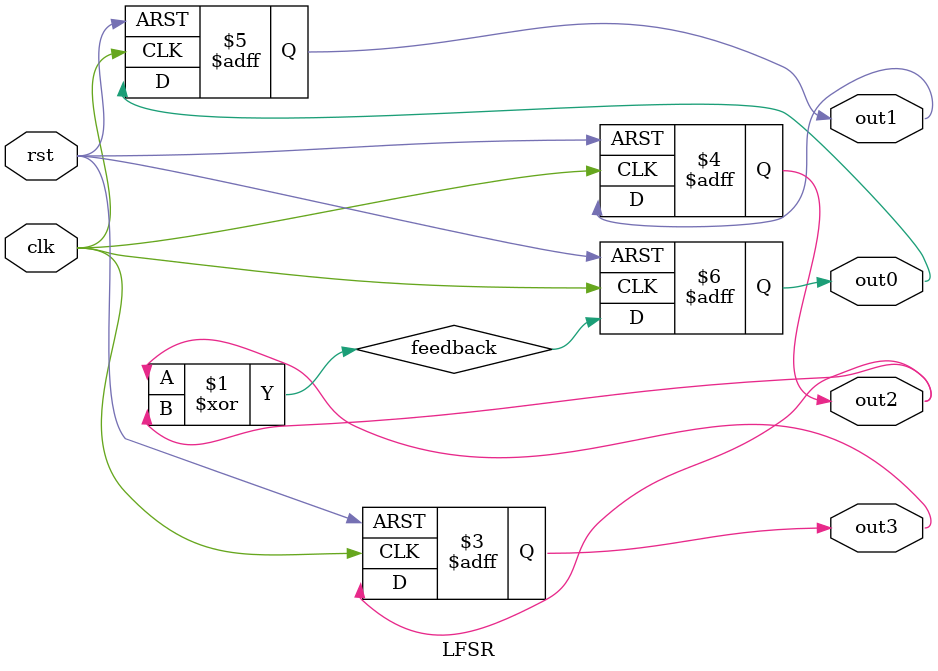
<source format=v>
`timescale 1ns / 1ps


module LFSR(  input clk , rst,output reg out3,out2,out1,out0 );
     
     wire feedback;
      
       assign feedback = out3 ^ out2 ;
       
       always @ (posedge clk or posedge rst)
          begin 
            if (rst) begin
            out3 <= 1'b1; 
            out2 <= 1'b0;
            out1 <= 1'b1;
            out0 <= 1'b0;
        end else begin
            out3 <= out2;    // Shift from Q2 to Q3
            out2 <= out1;    // Shift from Q1 to Q2
            out1 <= out0;    // Shift from Q0 to Q1
            out0 <= feedback; // Feedback goes to Q0
        end
    end
   
endmodule

</source>
